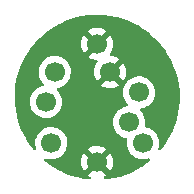
<source format=gbr>
G04 #@! TF.GenerationSoftware,KiCad,Pcbnew,(6.0.7-1)-1*
G04 #@! TF.CreationDate,2022-08-21T00:27:36+09:30*
G04 #@! TF.ProjectId,volca-trs,766f6c63-612d-4747-9273-2e6b69636164,rev?*
G04 #@! TF.SameCoordinates,Original*
G04 #@! TF.FileFunction,Copper,L1,Top*
G04 #@! TF.FilePolarity,Positive*
%FSLAX46Y46*%
G04 Gerber Fmt 4.6, Leading zero omitted, Abs format (unit mm)*
G04 Created by KiCad (PCBNEW (6.0.7-1)-1) date 2022-08-21 00:27:36*
%MOMM*%
%LPD*%
G01*
G04 APERTURE LIST*
G04 #@! TA.AperFunction,ComponentPad*
%ADD10C,1.700000*%
G04 #@! TD*
G04 APERTURE END LIST*
D10*
X40000000Y-45500000D03*
X43890000Y-43890000D03*
X36110000Y-43890000D03*
X40000000Y-35500000D03*
X43550000Y-39600000D03*
X42700000Y-42125000D03*
X36400000Y-37875000D03*
X35650000Y-40400000D03*
X41100000Y-37875000D03*
G04 #@! TA.AperFunction,Conductor*
G36*
X40224211Y-33012264D02*
G01*
X40726212Y-33046486D01*
X40735367Y-33047448D01*
X41022766Y-33088351D01*
X41233511Y-33118345D01*
X41242599Y-33119980D01*
X41530525Y-33182758D01*
X41734216Y-33227170D01*
X41743145Y-33229463D01*
X42225576Y-33372365D01*
X42234315Y-33375306D01*
X42705003Y-33553165D01*
X42713484Y-33556729D01*
X43169899Y-33768590D01*
X43178119Y-33772779D01*
X43617753Y-34017476D01*
X43625628Y-34022245D01*
X44046190Y-34298502D01*
X44053708Y-34303846D01*
X44452892Y-34610151D01*
X44459990Y-34616022D01*
X44835688Y-34950756D01*
X44842324Y-34957120D01*
X45192479Y-35318452D01*
X45198654Y-35325310D01*
X45403153Y-35569887D01*
X45521406Y-35711316D01*
X45527066Y-35718613D01*
X45820672Y-36127210D01*
X45825782Y-36134901D01*
X45938199Y-36318348D01*
X46083931Y-36556161D01*
X46088678Y-36563908D01*
X46093208Y-36571948D01*
X46169168Y-36719118D01*
X46323982Y-37019065D01*
X46327913Y-37027420D01*
X46525313Y-37490216D01*
X46528623Y-37498837D01*
X46579496Y-37647424D01*
X46681340Y-37944887D01*
X46691601Y-37974858D01*
X46694270Y-37983698D01*
X46716850Y-38069767D01*
X46816501Y-38449612D01*
X46821951Y-38470388D01*
X46823965Y-38479400D01*
X46915656Y-38974119D01*
X46917005Y-38983255D01*
X46972217Y-39483366D01*
X46972893Y-39492575D01*
X46976956Y-39603365D01*
X46987578Y-39893023D01*
X46991355Y-39996034D01*
X46991397Y-40003936D01*
X46986006Y-40209829D01*
X46982022Y-40361953D01*
X46981567Y-40369842D01*
X46946042Y-40767892D01*
X46936781Y-40871661D01*
X46935624Y-40880822D01*
X46854313Y-41377359D01*
X46852488Y-41386411D01*
X46735027Y-41875670D01*
X46732543Y-41884564D01*
X46641823Y-42168829D01*
X46593653Y-42319767D01*
X46579574Y-42363881D01*
X46576447Y-42372566D01*
X46496613Y-42571161D01*
X46388774Y-42839418D01*
X46385018Y-42847853D01*
X46163668Y-43299684D01*
X46159305Y-43307822D01*
X45905451Y-43742242D01*
X45900503Y-43750039D01*
X45804310Y-43890000D01*
X45631495Y-44141448D01*
X45615516Y-44164697D01*
X45610012Y-44172109D01*
X45471868Y-44344540D01*
X45397573Y-44437276D01*
X45339371Y-44477933D01*
X45268427Y-44480670D01*
X45207266Y-44444617D01*
X45175305Y-44381221D01*
X45178681Y-44321866D01*
X45220865Y-44183023D01*
X45220865Y-44183021D01*
X45222370Y-44178069D01*
X45251529Y-43956590D01*
X45252093Y-43933523D01*
X45253074Y-43893365D01*
X45253074Y-43893361D01*
X45253156Y-43890000D01*
X45234852Y-43667361D01*
X45180431Y-43450702D01*
X45091354Y-43245840D01*
X44970014Y-43058277D01*
X44819670Y-42893051D01*
X44815619Y-42889852D01*
X44815615Y-42889848D01*
X44648414Y-42757800D01*
X44648410Y-42757798D01*
X44644359Y-42754598D01*
X44448789Y-42646638D01*
X44443920Y-42644914D01*
X44443916Y-42644912D01*
X44243087Y-42573795D01*
X44243083Y-42573794D01*
X44238212Y-42572069D01*
X44233119Y-42571162D01*
X44233116Y-42571161D01*
X44135163Y-42553713D01*
X44071605Y-42522075D01*
X44035242Y-42461098D01*
X44034393Y-42413335D01*
X44032370Y-42413069D01*
X44061092Y-42194908D01*
X44061529Y-42191590D01*
X44063156Y-42125000D01*
X44044852Y-41902361D01*
X43990431Y-41685702D01*
X43901354Y-41480840D01*
X43840265Y-41386411D01*
X43782822Y-41297617D01*
X43782820Y-41297614D01*
X43780014Y-41293277D01*
X43776540Y-41289459D01*
X43776533Y-41289450D01*
X43655185Y-41156090D01*
X43624133Y-41092244D01*
X43632529Y-41021746D01*
X43677706Y-40966978D01*
X43732367Y-40946313D01*
X43797504Y-40937968D01*
X43828289Y-40934025D01*
X43828292Y-40934024D01*
X43833416Y-40933368D01*
X43923128Y-40906453D01*
X44042429Y-40870661D01*
X44042434Y-40870659D01*
X44047384Y-40869174D01*
X44247994Y-40770896D01*
X44429860Y-40641173D01*
X44476429Y-40594767D01*
X44584435Y-40487137D01*
X44588096Y-40483489D01*
X44647594Y-40400689D01*
X44715435Y-40306277D01*
X44718453Y-40302077D01*
X44777541Y-40182522D01*
X44815136Y-40106453D01*
X44815137Y-40106451D01*
X44817430Y-40101811D01*
X44882370Y-39888069D01*
X44911529Y-39666590D01*
X44913156Y-39600000D01*
X44894852Y-39377361D01*
X44840431Y-39160702D01*
X44751354Y-38955840D01*
X44630014Y-38768277D01*
X44479670Y-38603051D01*
X44475619Y-38599852D01*
X44475615Y-38599848D01*
X44308414Y-38467800D01*
X44308410Y-38467798D01*
X44304359Y-38464598D01*
X44108789Y-38356638D01*
X44103920Y-38354914D01*
X44103916Y-38354912D01*
X43903087Y-38283795D01*
X43903083Y-38283794D01*
X43898212Y-38282069D01*
X43893119Y-38281162D01*
X43893116Y-38281161D01*
X43683373Y-38243800D01*
X43683367Y-38243799D01*
X43678284Y-38242894D01*
X43604452Y-38241992D01*
X43460081Y-38240228D01*
X43460079Y-38240228D01*
X43454911Y-38240165D01*
X43234091Y-38273955D01*
X43021756Y-38343357D01*
X42823607Y-38446507D01*
X42819474Y-38449610D01*
X42819471Y-38449612D01*
X42649100Y-38577530D01*
X42644965Y-38580635D01*
X42490629Y-38742138D01*
X42487715Y-38746410D01*
X42487714Y-38746411D01*
X42475404Y-38764457D01*
X42364743Y-38926680D01*
X42331627Y-38998023D01*
X42281632Y-39105729D01*
X42270688Y-39129305D01*
X42210989Y-39344570D01*
X42187251Y-39566695D01*
X42187548Y-39571848D01*
X42187548Y-39571851D01*
X42193011Y-39666590D01*
X42200110Y-39789715D01*
X42201247Y-39794761D01*
X42201248Y-39794767D01*
X42221119Y-39882939D01*
X42249222Y-40007639D01*
X42333266Y-40214616D01*
X42335965Y-40219020D01*
X42444814Y-40396646D01*
X42449987Y-40405088D01*
X42594080Y-40571433D01*
X42623562Y-40636017D01*
X42613448Y-40706289D01*
X42566946Y-40759937D01*
X42517901Y-40778479D01*
X42460341Y-40787287D01*
X42384091Y-40798955D01*
X42171756Y-40868357D01*
X41973607Y-40971507D01*
X41969474Y-40974610D01*
X41969471Y-40974612D01*
X41799100Y-41102530D01*
X41794965Y-41105635D01*
X41640629Y-41267138D01*
X41637715Y-41271410D01*
X41637714Y-41271411D01*
X41565441Y-41377359D01*
X41514743Y-41451680D01*
X41483382Y-41519242D01*
X41431422Y-41631181D01*
X41420688Y-41654305D01*
X41360989Y-41869570D01*
X41337251Y-42091695D01*
X41337548Y-42096848D01*
X41337548Y-42096851D01*
X41343011Y-42191590D01*
X41350110Y-42314715D01*
X41351247Y-42319761D01*
X41351248Y-42319767D01*
X41361190Y-42363881D01*
X41399222Y-42532639D01*
X41444811Y-42644912D01*
X41481034Y-42734118D01*
X41483266Y-42739616D01*
X41485965Y-42744020D01*
X41561652Y-42867530D01*
X41599987Y-42930088D01*
X41746250Y-43098938D01*
X41918126Y-43241632D01*
X42111000Y-43354338D01*
X42319692Y-43434030D01*
X42458877Y-43462348D01*
X42521640Y-43495528D01*
X42556502Y-43557376D01*
X42555172Y-43619487D01*
X42550989Y-43634570D01*
X42550441Y-43639700D01*
X42550440Y-43639704D01*
X42546933Y-43672522D01*
X42527251Y-43856695D01*
X42527548Y-43861848D01*
X42527548Y-43861851D01*
X42533011Y-43956590D01*
X42540110Y-44079715D01*
X42541247Y-44084761D01*
X42541248Y-44084767D01*
X42554665Y-44144301D01*
X42589222Y-44297639D01*
X42627461Y-44391811D01*
X42663543Y-44480670D01*
X42673266Y-44504616D01*
X42789987Y-44695088D01*
X42936250Y-44863938D01*
X43108126Y-45006632D01*
X43301000Y-45119338D01*
X43305825Y-45121180D01*
X43305826Y-45121181D01*
X43343222Y-45135461D01*
X43509692Y-45199030D01*
X43514760Y-45200061D01*
X43514763Y-45200062D01*
X43622017Y-45221883D01*
X43728597Y-45243567D01*
X43733772Y-45243757D01*
X43733774Y-45243757D01*
X43946673Y-45251564D01*
X43946677Y-45251564D01*
X43951837Y-45251753D01*
X43956957Y-45251097D01*
X43956959Y-45251097D01*
X44168288Y-45224025D01*
X44168289Y-45224025D01*
X44173416Y-45223368D01*
X44240976Y-45203099D01*
X44321985Y-45178795D01*
X44392981Y-45178379D01*
X44452931Y-45216411D01*
X44482803Y-45280817D01*
X44473112Y-45351149D01*
X44436974Y-45397815D01*
X44230525Y-45563212D01*
X44172111Y-45610010D01*
X44164697Y-45615516D01*
X43750039Y-45900503D01*
X43742242Y-45905451D01*
X43307822Y-46159305D01*
X43299684Y-46163668D01*
X42847853Y-46385018D01*
X42839419Y-46388774D01*
X42625390Y-46474813D01*
X42372570Y-46576446D01*
X42363886Y-46579572D01*
X42194209Y-46633723D01*
X41884564Y-46732543D01*
X41875670Y-46735027D01*
X41386411Y-46852488D01*
X41377359Y-46854313D01*
X40880822Y-46935624D01*
X40871661Y-46936781D01*
X40842571Y-46939377D01*
X40671423Y-46954652D01*
X40601795Y-46940785D01*
X40550716Y-46891475D01*
X40534405Y-46822377D01*
X40558041Y-46755430D01*
X40604790Y-46716000D01*
X40693097Y-46672738D01*
X40701944Y-46667465D01*
X40749247Y-46633723D01*
X40757648Y-46623023D01*
X40750660Y-46609870D01*
X40012812Y-45872022D01*
X39998868Y-45864408D01*
X39997035Y-45864539D01*
X39990420Y-45868790D01*
X39246737Y-46612473D01*
X39239977Y-46624853D01*
X39245257Y-46631906D01*
X39403371Y-46724301D01*
X39452094Y-46775940D01*
X39465165Y-46845723D01*
X39438433Y-46911495D01*
X39380386Y-46952373D01*
X39323355Y-46958011D01*
X38954163Y-46909406D01*
X38838617Y-46894194D01*
X38829512Y-46892654D01*
X38336814Y-46790621D01*
X38327846Y-46788418D01*
X37843957Y-46650579D01*
X37835175Y-46647726D01*
X37621440Y-46569510D01*
X37362657Y-46474809D01*
X37354127Y-46471328D01*
X36895541Y-46264269D01*
X36887270Y-46260163D01*
X36445091Y-46020079D01*
X36437143Y-46015378D01*
X36013747Y-45743563D01*
X36006164Y-45738293D01*
X35651313Y-45471863D01*
X38638050Y-45471863D01*
X38650309Y-45684477D01*
X38651745Y-45694697D01*
X38698565Y-45902446D01*
X38701645Y-45912275D01*
X38781770Y-46109603D01*
X38786413Y-46118794D01*
X38866460Y-46249420D01*
X38876916Y-46258880D01*
X38885694Y-46255096D01*
X39627978Y-45512812D01*
X39634356Y-45501132D01*
X40364408Y-45501132D01*
X40364539Y-45502965D01*
X40368790Y-45509580D01*
X41110474Y-46251264D01*
X41122484Y-46257823D01*
X41134223Y-46248855D01*
X41165004Y-46206019D01*
X41170315Y-46197180D01*
X41264670Y-46006267D01*
X41268469Y-45996672D01*
X41330376Y-45792915D01*
X41332555Y-45782834D01*
X41360590Y-45569887D01*
X41361109Y-45563212D01*
X41362572Y-45503364D01*
X41362378Y-45496646D01*
X41344781Y-45282604D01*
X41343096Y-45272424D01*
X41291214Y-45065875D01*
X41287894Y-45056124D01*
X41202972Y-44860814D01*
X41198105Y-44851739D01*
X41133063Y-44751197D01*
X41122377Y-44741995D01*
X41112812Y-44746398D01*
X40372022Y-45487188D01*
X40364408Y-45501132D01*
X39634356Y-45501132D01*
X39635592Y-45498868D01*
X39635461Y-45497035D01*
X39631210Y-45490420D01*
X38889849Y-44749059D01*
X38878313Y-44742759D01*
X38866031Y-44752382D01*
X38818089Y-44822662D01*
X38813004Y-44831613D01*
X38723338Y-45024783D01*
X38719775Y-45034470D01*
X38662864Y-45239681D01*
X38660933Y-45249800D01*
X38638302Y-45461574D01*
X38638050Y-45471863D01*
X35651313Y-45471863D01*
X35603801Y-45436190D01*
X35596636Y-45430389D01*
X35554400Y-45393544D01*
X35516217Y-45333693D01*
X35516454Y-45262697D01*
X35555036Y-45203099D01*
X35619714Y-45173821D01*
X35682180Y-45180887D01*
X35729692Y-45199030D01*
X35734760Y-45200061D01*
X35734763Y-45200062D01*
X35842017Y-45221883D01*
X35948597Y-45243567D01*
X35953772Y-45243757D01*
X35953774Y-45243757D01*
X36166673Y-45251564D01*
X36166677Y-45251564D01*
X36171837Y-45251753D01*
X36176957Y-45251097D01*
X36176959Y-45251097D01*
X36388288Y-45224025D01*
X36388289Y-45224025D01*
X36393416Y-45223368D01*
X36460976Y-45203099D01*
X36602429Y-45160661D01*
X36602434Y-45160659D01*
X36607384Y-45159174D01*
X36807994Y-45060896D01*
X36989860Y-44931173D01*
X37148096Y-44773489D01*
X37207594Y-44690689D01*
X37275435Y-44596277D01*
X37278453Y-44592077D01*
X37333514Y-44480670D01*
X37375136Y-44396453D01*
X37375137Y-44396451D01*
X37377430Y-44391811D01*
X37382104Y-44376427D01*
X39241223Y-44376427D01*
X39247968Y-44388758D01*
X39987188Y-45127978D01*
X40001132Y-45135592D01*
X40002965Y-45135461D01*
X40009580Y-45131210D01*
X40753389Y-44387401D01*
X40760410Y-44374544D01*
X40753611Y-44365213D01*
X40749554Y-44362518D01*
X40563117Y-44259599D01*
X40553705Y-44255369D01*
X40352959Y-44184280D01*
X40342989Y-44181646D01*
X40133327Y-44144301D01*
X40123073Y-44143331D01*
X39910116Y-44140728D01*
X39899832Y-44141448D01*
X39689321Y-44173661D01*
X39679293Y-44176050D01*
X39476868Y-44242212D01*
X39467359Y-44246209D01*
X39278466Y-44344540D01*
X39269734Y-44350039D01*
X39249677Y-44365099D01*
X39241223Y-44376427D01*
X37382104Y-44376427D01*
X37442370Y-44178069D01*
X37471529Y-43956590D01*
X37472093Y-43933523D01*
X37473074Y-43893365D01*
X37473074Y-43893361D01*
X37473156Y-43890000D01*
X37454852Y-43667361D01*
X37400431Y-43450702D01*
X37311354Y-43245840D01*
X37190014Y-43058277D01*
X37039670Y-42893051D01*
X37035619Y-42889852D01*
X37035615Y-42889848D01*
X36868414Y-42757800D01*
X36868410Y-42757798D01*
X36864359Y-42754598D01*
X36668789Y-42646638D01*
X36663920Y-42644914D01*
X36663916Y-42644912D01*
X36463087Y-42573795D01*
X36463083Y-42573794D01*
X36458212Y-42572069D01*
X36453119Y-42571162D01*
X36453116Y-42571161D01*
X36243373Y-42533800D01*
X36243367Y-42533799D01*
X36238284Y-42532894D01*
X36164452Y-42531992D01*
X36020081Y-42530228D01*
X36020079Y-42530228D01*
X36014911Y-42530165D01*
X35794091Y-42563955D01*
X35581756Y-42633357D01*
X35383607Y-42736507D01*
X35379474Y-42739610D01*
X35379471Y-42739612D01*
X35209100Y-42867530D01*
X35204965Y-42870635D01*
X35050629Y-43032138D01*
X34924743Y-43216680D01*
X34877716Y-43317992D01*
X34860845Y-43354338D01*
X34830688Y-43419305D01*
X34770989Y-43634570D01*
X34747251Y-43856695D01*
X34747548Y-43861848D01*
X34747548Y-43861851D01*
X34753011Y-43956590D01*
X34760110Y-44079715D01*
X34761247Y-44084761D01*
X34761248Y-44084767D01*
X34774665Y-44144301D01*
X34809222Y-44297639D01*
X34811167Y-44302429D01*
X34812863Y-44306607D01*
X34819957Y-44377248D01*
X34787734Y-44440511D01*
X34726423Y-44476310D01*
X34655491Y-44473278D01*
X34600308Y-44435838D01*
X34523808Y-44346268D01*
X34518072Y-44339032D01*
X34220191Y-43933516D01*
X34215006Y-43925885D01*
X34194607Y-43893365D01*
X34056072Y-43672522D01*
X33947638Y-43499663D01*
X33943021Y-43491666D01*
X33713553Y-43058277D01*
X33707587Y-43047008D01*
X33703568Y-43038697D01*
X33501325Y-42577973D01*
X33497926Y-42569388D01*
X33329969Y-42095093D01*
X33327208Y-42086281D01*
X33194444Y-41600977D01*
X33192335Y-41591987D01*
X33095465Y-41098238D01*
X33094021Y-41089117D01*
X33033576Y-40589625D01*
X33032803Y-40580424D01*
X33022724Y-40366695D01*
X34287251Y-40366695D01*
X34287548Y-40371848D01*
X34287548Y-40371851D01*
X34298338Y-40558985D01*
X34300110Y-40589715D01*
X34301247Y-40594761D01*
X34301248Y-40594767D01*
X34312382Y-40644171D01*
X34349222Y-40807639D01*
X34433266Y-41014616D01*
X34549987Y-41205088D01*
X34696250Y-41373938D01*
X34868126Y-41516632D01*
X35061000Y-41629338D01*
X35269692Y-41709030D01*
X35274760Y-41710061D01*
X35274763Y-41710062D01*
X35382017Y-41731883D01*
X35488597Y-41753567D01*
X35493772Y-41753757D01*
X35493774Y-41753757D01*
X35706673Y-41761564D01*
X35706677Y-41761564D01*
X35711837Y-41761753D01*
X35716957Y-41761097D01*
X35716959Y-41761097D01*
X35928288Y-41734025D01*
X35928289Y-41734025D01*
X35933416Y-41733368D01*
X35938366Y-41731883D01*
X36142429Y-41670661D01*
X36142434Y-41670659D01*
X36147384Y-41669174D01*
X36347994Y-41570896D01*
X36529860Y-41441173D01*
X36688096Y-41283489D01*
X36747594Y-41200689D01*
X36815435Y-41106277D01*
X36818453Y-41102077D01*
X36882985Y-40971507D01*
X36915136Y-40906453D01*
X36915137Y-40906451D01*
X36917430Y-40901811D01*
X36982370Y-40688069D01*
X37011529Y-40466590D01*
X37011611Y-40463240D01*
X37013074Y-40403365D01*
X37013074Y-40403361D01*
X37013156Y-40400000D01*
X36994852Y-40177361D01*
X36940431Y-39960702D01*
X36851354Y-39755840D01*
X36791448Y-39663240D01*
X36732822Y-39572617D01*
X36732820Y-39572614D01*
X36730014Y-39568277D01*
X36726540Y-39564459D01*
X36726533Y-39564450D01*
X36594745Y-39419617D01*
X36563693Y-39355772D01*
X36572089Y-39285273D01*
X36617265Y-39230505D01*
X36671934Y-39209839D01*
X36678284Y-39209026D01*
X36678291Y-39209025D01*
X36683416Y-39208368D01*
X36688366Y-39206883D01*
X36892429Y-39145661D01*
X36892434Y-39145659D01*
X36897384Y-39144174D01*
X37097994Y-39045896D01*
X37162544Y-38999853D01*
X40339977Y-38999853D01*
X40345258Y-39006907D01*
X40506756Y-39101279D01*
X40516042Y-39105729D01*
X40715001Y-39181703D01*
X40724899Y-39184579D01*
X40933595Y-39227038D01*
X40943823Y-39228257D01*
X41156650Y-39236062D01*
X41166936Y-39235595D01*
X41378185Y-39208534D01*
X41388262Y-39206392D01*
X41592255Y-39145191D01*
X41601842Y-39141433D01*
X41793098Y-39047738D01*
X41801944Y-39042465D01*
X41849247Y-39008723D01*
X41857648Y-38998023D01*
X41850660Y-38984870D01*
X41112812Y-38247022D01*
X41098868Y-38239408D01*
X41097035Y-38239539D01*
X41090420Y-38243790D01*
X40346737Y-38987473D01*
X40339977Y-38999853D01*
X37162544Y-38999853D01*
X37279860Y-38916173D01*
X37438096Y-38758489D01*
X37497594Y-38675689D01*
X37565435Y-38581277D01*
X37568453Y-38577077D01*
X37570874Y-38572180D01*
X37665136Y-38381453D01*
X37665137Y-38381451D01*
X37667430Y-38376811D01*
X37708136Y-38242831D01*
X37730865Y-38168023D01*
X37730865Y-38168021D01*
X37732370Y-38163069D01*
X37761529Y-37941590D01*
X37763156Y-37875000D01*
X37744852Y-37652361D01*
X37690431Y-37435702D01*
X37601354Y-37230840D01*
X37527704Y-37116995D01*
X37482822Y-37047617D01*
X37482820Y-37047614D01*
X37480014Y-37043277D01*
X37329670Y-36878051D01*
X37325619Y-36874852D01*
X37325615Y-36874848D01*
X37158414Y-36742800D01*
X37158410Y-36742798D01*
X37154359Y-36739598D01*
X36958789Y-36631638D01*
X36953920Y-36629914D01*
X36953916Y-36629912D01*
X36939630Y-36624853D01*
X39239977Y-36624853D01*
X39245258Y-36631907D01*
X39406756Y-36726279D01*
X39416042Y-36730729D01*
X39615001Y-36806703D01*
X39624899Y-36809579D01*
X39833595Y-36852038D01*
X39843823Y-36853257D01*
X39917386Y-36855955D01*
X39984728Y-36878440D01*
X40029224Y-36933763D01*
X40036746Y-37004360D01*
X40016857Y-37052874D01*
X39918098Y-37197649D01*
X39913000Y-37206623D01*
X39823338Y-37399783D01*
X39819775Y-37409470D01*
X39762864Y-37614681D01*
X39760933Y-37624800D01*
X39738302Y-37836574D01*
X39738050Y-37846863D01*
X39750309Y-38059477D01*
X39751745Y-38069697D01*
X39798565Y-38277446D01*
X39801645Y-38287275D01*
X39881770Y-38484603D01*
X39886413Y-38493794D01*
X39966460Y-38624420D01*
X39976916Y-38633880D01*
X39985694Y-38630096D01*
X40739658Y-37876132D01*
X41464408Y-37876132D01*
X41464539Y-37877965D01*
X41468790Y-37884580D01*
X42210474Y-38626264D01*
X42222484Y-38632823D01*
X42234223Y-38623855D01*
X42265004Y-38581019D01*
X42270315Y-38572180D01*
X42364670Y-38381267D01*
X42368469Y-38371672D01*
X42430376Y-38167915D01*
X42432555Y-38157834D01*
X42460590Y-37944887D01*
X42461109Y-37938212D01*
X42462572Y-37878364D01*
X42462378Y-37871646D01*
X42444781Y-37657604D01*
X42443096Y-37647424D01*
X42391214Y-37440875D01*
X42387894Y-37431124D01*
X42302972Y-37235814D01*
X42298105Y-37226739D01*
X42233063Y-37126197D01*
X42222377Y-37116995D01*
X42212812Y-37121398D01*
X41472022Y-37862188D01*
X41464408Y-37876132D01*
X40739658Y-37876132D01*
X41853389Y-36762401D01*
X41860410Y-36749544D01*
X41853611Y-36740213D01*
X41849554Y-36737518D01*
X41663117Y-36634599D01*
X41653705Y-36630369D01*
X41452959Y-36559280D01*
X41442989Y-36556646D01*
X41233327Y-36519301D01*
X41223073Y-36518331D01*
X41185067Y-36517866D01*
X41117196Y-36497032D01*
X41071363Y-36442812D01*
X41062119Y-36372419D01*
X41084286Y-36318348D01*
X41165007Y-36206013D01*
X41170313Y-36197183D01*
X41264670Y-36006267D01*
X41268469Y-35996672D01*
X41330376Y-35792915D01*
X41332555Y-35782834D01*
X41360590Y-35569887D01*
X41361109Y-35563212D01*
X41362572Y-35503364D01*
X41362378Y-35496646D01*
X41344781Y-35282604D01*
X41343096Y-35272424D01*
X41291214Y-35065875D01*
X41287894Y-35056124D01*
X41202972Y-34860814D01*
X41198105Y-34851739D01*
X41133063Y-34751197D01*
X41122377Y-34741995D01*
X41112812Y-34746398D01*
X39246737Y-36612473D01*
X39239977Y-36624853D01*
X36939630Y-36624853D01*
X36753087Y-36558795D01*
X36753083Y-36558794D01*
X36748212Y-36557069D01*
X36743119Y-36556162D01*
X36743116Y-36556161D01*
X36533373Y-36518800D01*
X36533367Y-36518799D01*
X36528284Y-36517894D01*
X36454452Y-36516992D01*
X36310081Y-36515228D01*
X36310079Y-36515228D01*
X36304911Y-36515165D01*
X36084091Y-36548955D01*
X35871756Y-36618357D01*
X35673607Y-36721507D01*
X35669474Y-36724610D01*
X35669471Y-36724612D01*
X35499100Y-36852530D01*
X35494965Y-36855635D01*
X35340629Y-37017138D01*
X35337715Y-37021410D01*
X35337714Y-37021411D01*
X35294033Y-37085445D01*
X35214743Y-37201680D01*
X35120688Y-37404305D01*
X35060989Y-37619570D01*
X35037251Y-37841695D01*
X35037548Y-37846848D01*
X35037548Y-37846851D01*
X35043011Y-37941590D01*
X35050110Y-38064715D01*
X35051247Y-38069761D01*
X35051248Y-38069767D01*
X35071119Y-38157939D01*
X35099222Y-38282639D01*
X35139346Y-38381453D01*
X35174408Y-38467800D01*
X35183266Y-38489616D01*
X35299987Y-38680088D01*
X35303367Y-38683990D01*
X35442866Y-38845032D01*
X35442869Y-38845035D01*
X35446250Y-38848938D01*
X35450185Y-38852205D01*
X35484853Y-38914145D01*
X35480530Y-38985010D01*
X35438580Y-39042287D01*
X35381078Y-39066765D01*
X35339205Y-39073172D01*
X35339200Y-39073173D01*
X35334091Y-39073955D01*
X35121756Y-39143357D01*
X35088437Y-39160702D01*
X34943672Y-39236062D01*
X34923607Y-39246507D01*
X34919474Y-39249610D01*
X34919471Y-39249612D01*
X34749100Y-39377530D01*
X34744965Y-39380635D01*
X34741393Y-39384373D01*
X34637993Y-39492575D01*
X34590629Y-39542138D01*
X34464743Y-39726680D01*
X34370688Y-39929305D01*
X34310989Y-40144570D01*
X34287251Y-40366695D01*
X33022724Y-40366695D01*
X33009101Y-40077833D01*
X33009004Y-40068599D01*
X33021275Y-39600000D01*
X33022175Y-39565613D01*
X33022755Y-39556400D01*
X33040626Y-39377361D01*
X33051881Y-39264598D01*
X33072727Y-39055746D01*
X33073980Y-39046597D01*
X33160487Y-38550937D01*
X33162407Y-38541905D01*
X33284981Y-38053917D01*
X33287557Y-38045049D01*
X33310771Y-37974858D01*
X33445544Y-37567340D01*
X33448762Y-37558688D01*
X33497626Y-37440720D01*
X33641309Y-37093838D01*
X33645152Y-37085445D01*
X33871228Y-36635943D01*
X33875677Y-36627851D01*
X34028550Y-36372419D01*
X34134063Y-36196119D01*
X34139087Y-36188382D01*
X34182080Y-36127210D01*
X34428406Y-35776723D01*
X34433989Y-35769368D01*
X34677494Y-35471863D01*
X38638050Y-35471863D01*
X38650309Y-35684477D01*
X38651745Y-35694697D01*
X38698565Y-35902446D01*
X38701645Y-35912275D01*
X38781770Y-36109603D01*
X38786413Y-36118794D01*
X38866460Y-36249420D01*
X38876916Y-36258880D01*
X38885694Y-36255096D01*
X39627978Y-35512812D01*
X39635592Y-35498868D01*
X39635461Y-35497035D01*
X39631210Y-35490420D01*
X38889849Y-34749059D01*
X38878313Y-34742759D01*
X38866031Y-34752382D01*
X38818089Y-34822662D01*
X38813004Y-34831613D01*
X38723338Y-35024783D01*
X38719775Y-35034470D01*
X38662864Y-35239681D01*
X38660933Y-35249800D01*
X38638302Y-35461574D01*
X38638050Y-35471863D01*
X34677494Y-35471863D01*
X34752672Y-35380013D01*
X34758779Y-35373086D01*
X35105119Y-35008121D01*
X35111716Y-35001660D01*
X35483868Y-34663028D01*
X35490921Y-34657068D01*
X35848835Y-34376427D01*
X39241223Y-34376427D01*
X39247968Y-34388758D01*
X39987188Y-35127978D01*
X40001132Y-35135592D01*
X40002965Y-35135461D01*
X40009580Y-35131210D01*
X40753389Y-34387401D01*
X40760410Y-34374544D01*
X40753611Y-34365213D01*
X40749554Y-34362518D01*
X40563117Y-34259599D01*
X40553705Y-34255369D01*
X40352959Y-34184280D01*
X40342989Y-34181646D01*
X40133327Y-34144301D01*
X40123073Y-34143331D01*
X39910116Y-34140728D01*
X39899832Y-34141448D01*
X39689321Y-34173661D01*
X39679293Y-34176050D01*
X39476868Y-34242212D01*
X39467359Y-34246209D01*
X39278466Y-34344540D01*
X39269734Y-34350039D01*
X39249677Y-34365099D01*
X39241223Y-34376427D01*
X35848835Y-34376427D01*
X35886863Y-34346609D01*
X35894334Y-34341181D01*
X36311954Y-34060552D01*
X36319802Y-34055686D01*
X36378418Y-34022252D01*
X36756860Y-33806393D01*
X36765042Y-33802116D01*
X36835340Y-33768586D01*
X37009808Y-33685369D01*
X37219172Y-33585508D01*
X37227646Y-33581841D01*
X37696424Y-33399072D01*
X37705145Y-33396035D01*
X38186049Y-33248089D01*
X38194965Y-33245700D01*
X38685436Y-33133367D01*
X38694486Y-33131641D01*
X39191847Y-33055533D01*
X39201008Y-33054473D01*
X39451821Y-33034734D01*
X39702629Y-33014995D01*
X39711855Y-33014609D01*
X39987590Y-33013165D01*
X40214992Y-33011974D01*
X40224211Y-33012264D01*
G37*
G04 #@! TD.AperFunction*
M02*

</source>
